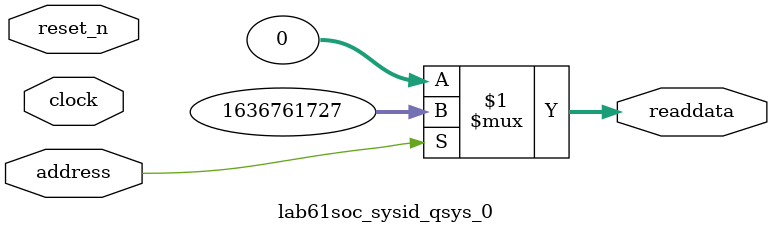
<source format=v>



// synthesis translate_off
`timescale 1ns / 1ps
// synthesis translate_on

// turn off superfluous verilog processor warnings 
// altera message_level Level1 
// altera message_off 10034 10035 10036 10037 10230 10240 10030 

module lab61soc_sysid_qsys_0 (
               // inputs:
                address,
                clock,
                reset_n,

               // outputs:
                readdata
             )
;

  output  [ 31: 0] readdata;
  input            address;
  input            clock;
  input            reset_n;

  wire    [ 31: 0] readdata;
  //control_slave, which is an e_avalon_slave
  assign readdata = address ? 1636761727 : 0;

endmodule



</source>
